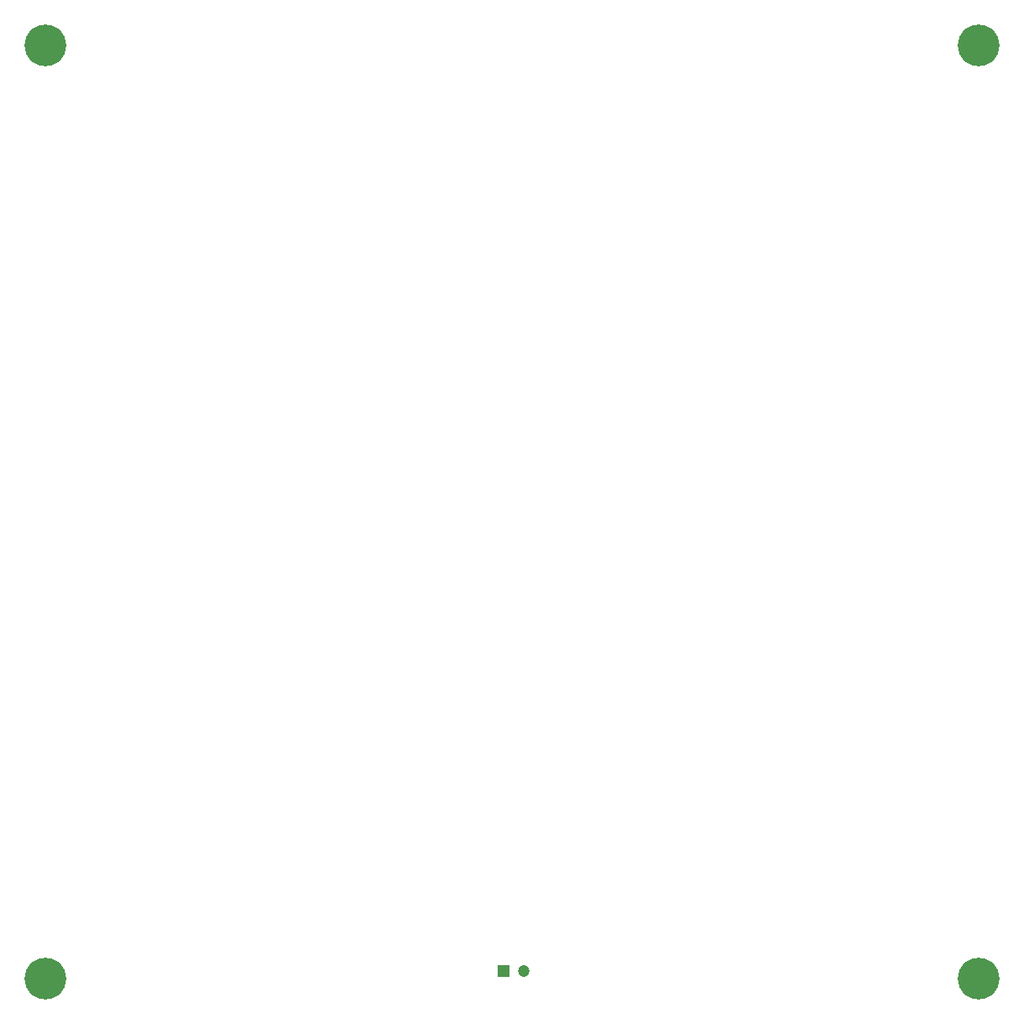
<source format=gbr>
%TF.GenerationSoftware,Altium Limited,Altium Designer,24.3.1 (35)*%
G04 Layer_Physical_Order=1*
G04 Layer_Color=255*
%FSLAX45Y45*%
%MOMM*%
%TF.SameCoordinates,045C5737-8DDF-49D6-8C07-AEEE269B335A*%
%TF.FilePolarity,Positive*%
%TF.FileFunction,Copper,L1,Top,Signal*%
%TF.Part,Single*%
G01*
G75*
%TA.AperFunction,ViaPad*%
%ADD10C,4.20000*%
%TA.AperFunction,ComponentPad*%
%ADD11R,1.20000X1.20000*%
%ADD12C,1.20000*%
D10*
X300000Y9700000D02*
D03*
Y300000D02*
D03*
X9700000D02*
D03*
Y9700000D02*
D03*
D11*
X4920000Y381000D02*
D03*
D12*
X5120000D02*
D03*
%TF.MD5,ada10ae370d7525b1b409205ba33663f*%
M02*

</source>
